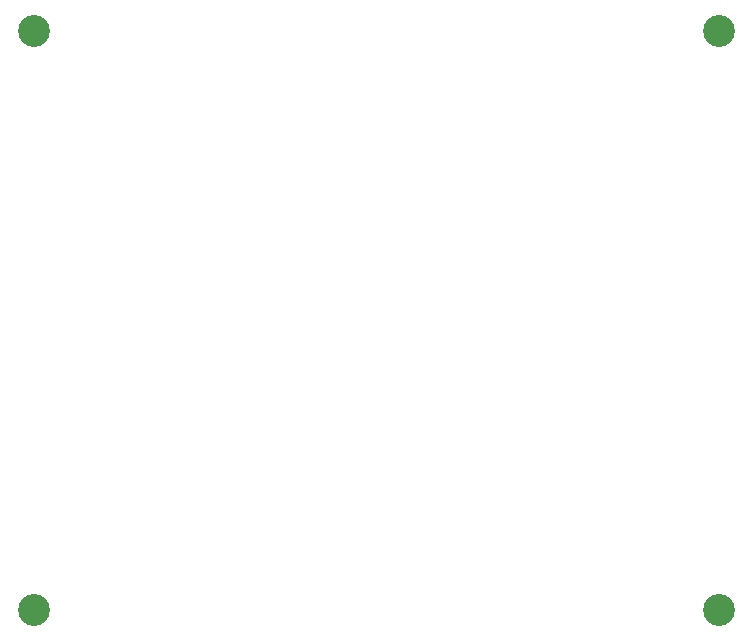
<source format=gbr>
%TF.GenerationSoftware,KiCad,Pcbnew,7.0.8-7.0.8~ubuntu23.04.1*%
%TF.CreationDate,2023-11-21T11:50:57+00:00*%
%TF.ProjectId,baggerdails,62616767-6572-4646-9169-6c732e6b6963,rev?*%
%TF.SameCoordinates,Original*%
%TF.FileFunction,NonPlated,1,2,NPTH,Drill*%
%TF.FilePolarity,Positive*%
%FSLAX46Y46*%
G04 Gerber Fmt 4.6, Leading zero omitted, Abs format (unit mm)*
G04 Created by KiCad (PCBNEW 7.0.8-7.0.8~ubuntu23.04.1) date 2023-11-21 11:50:57*
%MOMM*%
%LPD*%
G01*
G04 APERTURE LIST*
%TA.AperFunction,ComponentDrill*%
%ADD10C,2.700000*%
%TD*%
G04 APERTURE END LIST*
D10*
%TO.C,MH1*%
X103500000Y-47500000D03*
%TO.C,MH3*%
X103500000Y-96500000D03*
%TO.C,MH2*%
X161500000Y-47500000D03*
%TO.C,MH4*%
X161500000Y-96500000D03*
M02*

</source>
